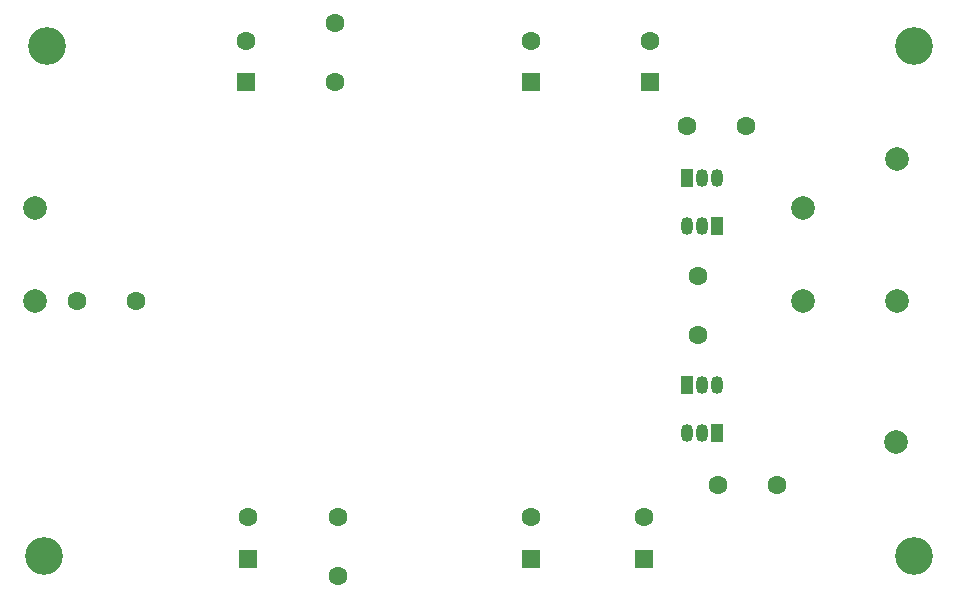
<source format=gbr>
G04 #@! TF.GenerationSoftware,KiCad,Pcbnew,(5.1.10-0-10_14)*
G04 #@! TF.CreationDate,2021-05-19T18:15:00+02:00*
G04 #@! TF.ProjectId,pre-amp-discret,7072652d-616d-4702-9d64-697363726574,rev?*
G04 #@! TF.SameCoordinates,Original*
G04 #@! TF.FileFunction,Soldermask,Bot*
G04 #@! TF.FilePolarity,Negative*
%FSLAX46Y46*%
G04 Gerber Fmt 4.6, Leading zero omitted, Abs format (unit mm)*
G04 Created by KiCad (PCBNEW (5.1.10-0-10_14)) date 2021-05-19 18:15:00*
%MOMM*%
%LPD*%
G01*
G04 APERTURE LIST*
%ADD10C,1.600000*%
%ADD11R,1.050000X1.500000*%
%ADD12O,1.050000X1.500000*%
%ADD13R,1.600000X1.600000*%
%ADD14C,2.000000*%
%ADD15C,3.200000*%
G04 APERTURE END LIST*
D10*
X180467000Y-107124500D03*
X185467000Y-107124500D03*
X181419500Y-119824500D03*
X181419500Y-124824500D03*
D11*
X183007000Y-133096000D03*
D12*
X180467000Y-133096000D03*
X181737000Y-133096000D03*
D11*
X180467000Y-111506000D03*
D12*
X183007000Y-111506000D03*
X181737000Y-111506000D03*
D11*
X180467000Y-129032000D03*
D12*
X183007000Y-129032000D03*
X181737000Y-129032000D03*
D11*
X183007000Y-115570000D03*
D12*
X180467000Y-115570000D03*
X181737000Y-115570000D03*
D10*
X177355500Y-99878000D03*
D13*
X177355500Y-103378000D03*
D10*
X167259000Y-140208000D03*
D13*
X167259000Y-143708000D03*
D10*
X167259000Y-99878000D03*
D13*
X167259000Y-103378000D03*
D10*
X143256000Y-140208000D03*
D13*
X143256000Y-143708000D03*
D10*
X143129000Y-99878000D03*
D13*
X143129000Y-103378000D03*
D10*
X176784000Y-140208000D03*
D13*
X176784000Y-143708000D03*
D10*
X150876000Y-145208000D03*
X150876000Y-140208000D03*
X150622000Y-103378000D03*
X150622000Y-98378000D03*
X188070500Y-137477500D03*
X183070500Y-137477500D03*
D14*
X190246000Y-114046000D03*
X190246000Y-121920000D03*
X198247000Y-121920000D03*
X125222000Y-121920000D03*
X198183500Y-133858000D03*
X125222000Y-114046000D03*
X198247000Y-109855000D03*
D15*
X126238000Y-100330000D03*
X125984000Y-143510000D03*
X199644000Y-143510000D03*
X199644000Y-100330000D03*
D10*
X128778000Y-121920000D03*
X133778000Y-121920000D03*
M02*

</source>
